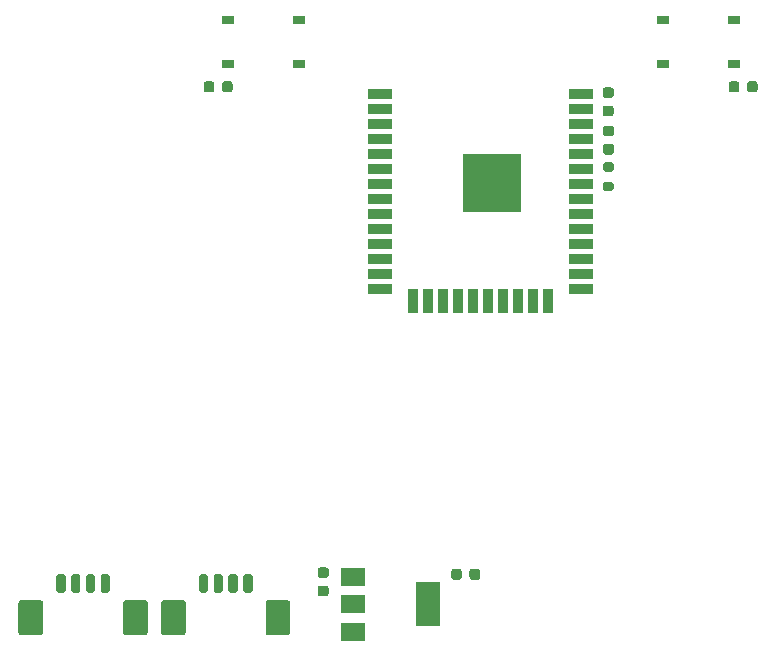
<source format=gbr>
%TF.GenerationSoftware,KiCad,Pcbnew,(5.1.12)-1*%
%TF.CreationDate,2022-08-08T15:47:42+09:00*%
%TF.ProjectId,LCD_module,4c43445f-6d6f-4647-956c-652e6b696361,rev?*%
%TF.SameCoordinates,Original*%
%TF.FileFunction,Paste,Bot*%
%TF.FilePolarity,Positive*%
%FSLAX46Y46*%
G04 Gerber Fmt 4.6, Leading zero omitted, Abs format (unit mm)*
G04 Created by KiCad (PCBNEW (5.1.12)-1) date 2022-08-08 15:47:42*
%MOMM*%
%LPD*%
G01*
G04 APERTURE LIST*
%ADD10R,1.000000X0.750000*%
%ADD11R,5.000000X5.000000*%
%ADD12R,2.000000X0.900000*%
%ADD13R,0.900000X2.000000*%
%ADD14R,2.000000X3.800000*%
%ADD15R,2.000000X1.500000*%
G04 APERTURE END LIST*
%TO.C,C1*%
G36*
G01*
X138180000Y-106725000D02*
X138680000Y-106725000D01*
G75*
G02*
X138905000Y-106950000I0J-225000D01*
G01*
X138905000Y-107400000D01*
G75*
G02*
X138680000Y-107625000I-225000J0D01*
G01*
X138180000Y-107625000D01*
G75*
G02*
X137955000Y-107400000I0J225000D01*
G01*
X137955000Y-106950000D01*
G75*
G02*
X138180000Y-106725000I225000J0D01*
G01*
G37*
G36*
G01*
X138180000Y-108275000D02*
X138680000Y-108275000D01*
G75*
G02*
X138905000Y-108500000I0J-225000D01*
G01*
X138905000Y-108950000D01*
G75*
G02*
X138680000Y-109175000I-225000J0D01*
G01*
X138180000Y-109175000D01*
G75*
G02*
X137955000Y-108950000I0J225000D01*
G01*
X137955000Y-108500000D01*
G75*
G02*
X138180000Y-108275000I225000J0D01*
G01*
G37*
%TD*%
%TO.C,C2*%
G36*
G01*
X162839999Y-70229999D02*
X162339999Y-70229999D01*
G75*
G02*
X162114999Y-70004999I0J225000D01*
G01*
X162114999Y-69554999D01*
G75*
G02*
X162339999Y-69329999I225000J0D01*
G01*
X162839999Y-69329999D01*
G75*
G02*
X163064999Y-69554999I0J-225000D01*
G01*
X163064999Y-70004999D01*
G75*
G02*
X162839999Y-70229999I-225000J0D01*
G01*
G37*
G36*
G01*
X162839999Y-71779999D02*
X162339999Y-71779999D01*
G75*
G02*
X162114999Y-71554999I0J225000D01*
G01*
X162114999Y-71104999D01*
G75*
G02*
X162339999Y-70879999I225000J0D01*
G01*
X162839999Y-70879999D01*
G75*
G02*
X163064999Y-71104999I0J-225000D01*
G01*
X163064999Y-71554999D01*
G75*
G02*
X162839999Y-71779999I-225000J0D01*
G01*
G37*
%TD*%
%TO.C,C3*%
G36*
G01*
X162810000Y-68535000D02*
X162310000Y-68535000D01*
G75*
G02*
X162085000Y-68310000I0J225000D01*
G01*
X162085000Y-67860000D01*
G75*
G02*
X162310000Y-67635000I225000J0D01*
G01*
X162810000Y-67635000D01*
G75*
G02*
X163035000Y-67860000I0J-225000D01*
G01*
X163035000Y-68310000D01*
G75*
G02*
X162810000Y-68535000I-225000J0D01*
G01*
G37*
G36*
G01*
X162810000Y-66985000D02*
X162310000Y-66985000D01*
G75*
G02*
X162085000Y-66760000I0J225000D01*
G01*
X162085000Y-66310000D01*
G75*
G02*
X162310000Y-66085000I225000J0D01*
G01*
X162810000Y-66085000D01*
G75*
G02*
X163035000Y-66310000I0J-225000D01*
G01*
X163035000Y-66760000D01*
G75*
G02*
X162810000Y-66985000I-225000J0D01*
G01*
G37*
%TD*%
%TO.C,C4*%
G36*
G01*
X150820000Y-107565000D02*
X150820000Y-107065000D01*
G75*
G02*
X151045000Y-106840000I225000J0D01*
G01*
X151495000Y-106840000D01*
G75*
G02*
X151720000Y-107065000I0J-225000D01*
G01*
X151720000Y-107565000D01*
G75*
G02*
X151495000Y-107790000I-225000J0D01*
G01*
X151045000Y-107790000D01*
G75*
G02*
X150820000Y-107565000I0J225000D01*
G01*
G37*
G36*
G01*
X149270000Y-107565000D02*
X149270000Y-107065000D01*
G75*
G02*
X149495000Y-106840000I225000J0D01*
G01*
X149945000Y-106840000D01*
G75*
G02*
X150170000Y-107065000I0J-225000D01*
G01*
X150170000Y-107565000D01*
G75*
G02*
X149945000Y-107790000I-225000J0D01*
G01*
X149495000Y-107790000D01*
G75*
G02*
X149270000Y-107565000I0J225000D01*
G01*
G37*
%TD*%
%TO.C,C5*%
G36*
G01*
X129215000Y-65790000D02*
X129215000Y-66290000D01*
G75*
G02*
X128990000Y-66515000I-225000J0D01*
G01*
X128540000Y-66515000D01*
G75*
G02*
X128315000Y-66290000I0J225000D01*
G01*
X128315000Y-65790000D01*
G75*
G02*
X128540000Y-65565000I225000J0D01*
G01*
X128990000Y-65565000D01*
G75*
G02*
X129215000Y-65790000I0J-225000D01*
G01*
G37*
G36*
G01*
X130765000Y-65790000D02*
X130765000Y-66290000D01*
G75*
G02*
X130540000Y-66515000I-225000J0D01*
G01*
X130090000Y-66515000D01*
G75*
G02*
X129865000Y-66290000I0J225000D01*
G01*
X129865000Y-65790000D01*
G75*
G02*
X130090000Y-65565000I225000J0D01*
G01*
X130540000Y-65565000D01*
G75*
G02*
X130765000Y-65790000I0J-225000D01*
G01*
G37*
%TD*%
%TO.C,C6*%
G36*
G01*
X172765000Y-66290000D02*
X172765000Y-65790000D01*
G75*
G02*
X172990000Y-65565000I225000J0D01*
G01*
X173440000Y-65565000D01*
G75*
G02*
X173665000Y-65790000I0J-225000D01*
G01*
X173665000Y-66290000D01*
G75*
G02*
X173440000Y-66515000I-225000J0D01*
G01*
X172990000Y-66515000D01*
G75*
G02*
X172765000Y-66290000I0J225000D01*
G01*
G37*
G36*
G01*
X174315000Y-66290000D02*
X174315000Y-65790000D01*
G75*
G02*
X174540000Y-65565000I225000J0D01*
G01*
X174990000Y-65565000D01*
G75*
G02*
X175215000Y-65790000I0J-225000D01*
G01*
X175215000Y-66290000D01*
G75*
G02*
X174990000Y-66515000I-225000J0D01*
G01*
X174540000Y-66515000D01*
G75*
G02*
X174315000Y-66290000I0J225000D01*
G01*
G37*
%TD*%
%TO.C,J1*%
G36*
G01*
X114735000Y-109740000D02*
X114735000Y-112240000D01*
G75*
G02*
X114485000Y-112490000I-250000J0D01*
G01*
X112885000Y-112490000D01*
G75*
G02*
X112635000Y-112240000I0J250000D01*
G01*
X112635000Y-109740000D01*
G75*
G02*
X112885000Y-109490000I250000J0D01*
G01*
X114485000Y-109490000D01*
G75*
G02*
X114735000Y-109740000I0J-250000D01*
G01*
G37*
G36*
G01*
X123585000Y-109740000D02*
X123585000Y-112240000D01*
G75*
G02*
X123335000Y-112490000I-250000J0D01*
G01*
X121735000Y-112490000D01*
G75*
G02*
X121485000Y-112240000I0J250000D01*
G01*
X121485000Y-109740000D01*
G75*
G02*
X121735000Y-109490000I250000J0D01*
G01*
X123335000Y-109490000D01*
G75*
G02*
X123585000Y-109740000I0J-250000D01*
G01*
G37*
G36*
G01*
X116635000Y-107490000D02*
X116635000Y-108690000D01*
G75*
G02*
X116435000Y-108890000I-200000J0D01*
G01*
X116035000Y-108890000D01*
G75*
G02*
X115835000Y-108690000I0J200000D01*
G01*
X115835000Y-107490000D01*
G75*
G02*
X116035000Y-107290000I200000J0D01*
G01*
X116435000Y-107290000D01*
G75*
G02*
X116635000Y-107490000I0J-200000D01*
G01*
G37*
G36*
G01*
X117885000Y-107490000D02*
X117885000Y-108690000D01*
G75*
G02*
X117685000Y-108890000I-200000J0D01*
G01*
X117285000Y-108890000D01*
G75*
G02*
X117085000Y-108690000I0J200000D01*
G01*
X117085000Y-107490000D01*
G75*
G02*
X117285000Y-107290000I200000J0D01*
G01*
X117685000Y-107290000D01*
G75*
G02*
X117885000Y-107490000I0J-200000D01*
G01*
G37*
G36*
G01*
X119135000Y-107490000D02*
X119135000Y-108690000D01*
G75*
G02*
X118935000Y-108890000I-200000J0D01*
G01*
X118535000Y-108890000D01*
G75*
G02*
X118335000Y-108690000I0J200000D01*
G01*
X118335000Y-107490000D01*
G75*
G02*
X118535000Y-107290000I200000J0D01*
G01*
X118935000Y-107290000D01*
G75*
G02*
X119135000Y-107490000I0J-200000D01*
G01*
G37*
G36*
G01*
X120385000Y-107490000D02*
X120385000Y-108690000D01*
G75*
G02*
X120185000Y-108890000I-200000J0D01*
G01*
X119785000Y-108890000D01*
G75*
G02*
X119585000Y-108690000I0J200000D01*
G01*
X119585000Y-107490000D01*
G75*
G02*
X119785000Y-107290000I200000J0D01*
G01*
X120185000Y-107290000D01*
G75*
G02*
X120385000Y-107490000I0J-200000D01*
G01*
G37*
%TD*%
%TO.C,J2*%
G36*
G01*
X132450000Y-107490000D02*
X132450000Y-108690000D01*
G75*
G02*
X132250000Y-108890000I-200000J0D01*
G01*
X131850000Y-108890000D01*
G75*
G02*
X131650000Y-108690000I0J200000D01*
G01*
X131650000Y-107490000D01*
G75*
G02*
X131850000Y-107290000I200000J0D01*
G01*
X132250000Y-107290000D01*
G75*
G02*
X132450000Y-107490000I0J-200000D01*
G01*
G37*
G36*
G01*
X131200000Y-107490000D02*
X131200000Y-108690000D01*
G75*
G02*
X131000000Y-108890000I-200000J0D01*
G01*
X130600000Y-108890000D01*
G75*
G02*
X130400000Y-108690000I0J200000D01*
G01*
X130400000Y-107490000D01*
G75*
G02*
X130600000Y-107290000I200000J0D01*
G01*
X131000000Y-107290000D01*
G75*
G02*
X131200000Y-107490000I0J-200000D01*
G01*
G37*
G36*
G01*
X129950000Y-107490000D02*
X129950000Y-108690000D01*
G75*
G02*
X129750000Y-108890000I-200000J0D01*
G01*
X129350000Y-108890000D01*
G75*
G02*
X129150000Y-108690000I0J200000D01*
G01*
X129150000Y-107490000D01*
G75*
G02*
X129350000Y-107290000I200000J0D01*
G01*
X129750000Y-107290000D01*
G75*
G02*
X129950000Y-107490000I0J-200000D01*
G01*
G37*
G36*
G01*
X128700000Y-107490000D02*
X128700000Y-108690000D01*
G75*
G02*
X128500000Y-108890000I-200000J0D01*
G01*
X128100000Y-108890000D01*
G75*
G02*
X127900000Y-108690000I0J200000D01*
G01*
X127900000Y-107490000D01*
G75*
G02*
X128100000Y-107290000I200000J0D01*
G01*
X128500000Y-107290000D01*
G75*
G02*
X128700000Y-107490000I0J-200000D01*
G01*
G37*
G36*
G01*
X135650000Y-109740000D02*
X135650000Y-112240000D01*
G75*
G02*
X135400000Y-112490000I-250000J0D01*
G01*
X133800000Y-112490000D01*
G75*
G02*
X133550000Y-112240000I0J250000D01*
G01*
X133550000Y-109740000D01*
G75*
G02*
X133800000Y-109490000I250000J0D01*
G01*
X135400000Y-109490000D01*
G75*
G02*
X135650000Y-109740000I0J-250000D01*
G01*
G37*
G36*
G01*
X126800000Y-109740000D02*
X126800000Y-112240000D01*
G75*
G02*
X126550000Y-112490000I-250000J0D01*
G01*
X124950000Y-112490000D01*
G75*
G02*
X124700000Y-112240000I0J250000D01*
G01*
X124700000Y-109740000D01*
G75*
G02*
X124950000Y-109490000I250000J0D01*
G01*
X126550000Y-109490000D01*
G75*
G02*
X126800000Y-109740000I0J-250000D01*
G01*
G37*
%TD*%
%TO.C,R1*%
G36*
G01*
X162835000Y-74885000D02*
X162285000Y-74885000D01*
G75*
G02*
X162085000Y-74685000I0J200000D01*
G01*
X162085000Y-74285000D01*
G75*
G02*
X162285000Y-74085000I200000J0D01*
G01*
X162835000Y-74085000D01*
G75*
G02*
X163035000Y-74285000I0J-200000D01*
G01*
X163035000Y-74685000D01*
G75*
G02*
X162835000Y-74885000I-200000J0D01*
G01*
G37*
G36*
G01*
X162835000Y-73235000D02*
X162285000Y-73235000D01*
G75*
G02*
X162085000Y-73035000I0J200000D01*
G01*
X162085000Y-72635000D01*
G75*
G02*
X162285000Y-72435000I200000J0D01*
G01*
X162835000Y-72435000D01*
G75*
G02*
X163035000Y-72635000I0J-200000D01*
G01*
X163035000Y-73035000D01*
G75*
G02*
X162835000Y-73235000I-200000J0D01*
G01*
G37*
%TD*%
D10*
%TO.C,S1*%
X136350000Y-60355000D03*
X130350000Y-60355000D03*
X136350000Y-64105000D03*
X130350000Y-64105000D03*
%TD*%
%TO.C,S2*%
X167180000Y-64105000D03*
X173180000Y-64105000D03*
X167180000Y-60355000D03*
X173180000Y-60355000D03*
%TD*%
D11*
%TO.C,U1*%
X152765000Y-74175000D03*
D12*
X160265000Y-66675000D03*
X160265000Y-67945000D03*
X160265000Y-69215000D03*
X160265000Y-70485000D03*
X160265000Y-71755000D03*
X160265000Y-73025000D03*
X160265000Y-74295000D03*
X160265000Y-75565000D03*
X160265000Y-76835000D03*
X160265000Y-78105000D03*
X160265000Y-79375000D03*
X160265000Y-80645000D03*
X160265000Y-81915000D03*
X160265000Y-83185000D03*
D13*
X157480000Y-84185000D03*
X156210000Y-84185000D03*
X154940000Y-84185000D03*
X153670000Y-84185000D03*
X152400000Y-84185000D03*
X151130000Y-84185000D03*
X149860000Y-84185000D03*
X148590000Y-84185000D03*
X147320000Y-84185000D03*
X146050000Y-84185000D03*
D12*
X143265000Y-83185000D03*
X143265000Y-81915000D03*
X143265000Y-80645000D03*
X143265000Y-79375000D03*
X143265000Y-78105000D03*
X143265000Y-76835000D03*
X143265000Y-75565000D03*
X143265000Y-74295000D03*
X143265000Y-73025000D03*
X143265000Y-71755000D03*
X143265000Y-70485000D03*
X143265000Y-69215000D03*
X143265000Y-67945000D03*
X143265000Y-66675000D03*
%TD*%
D14*
%TO.C,U2*%
X147270000Y-109855000D03*
D15*
X140970000Y-109855000D03*
X140970000Y-107555000D03*
X140970000Y-112155000D03*
%TD*%
M02*

</source>
